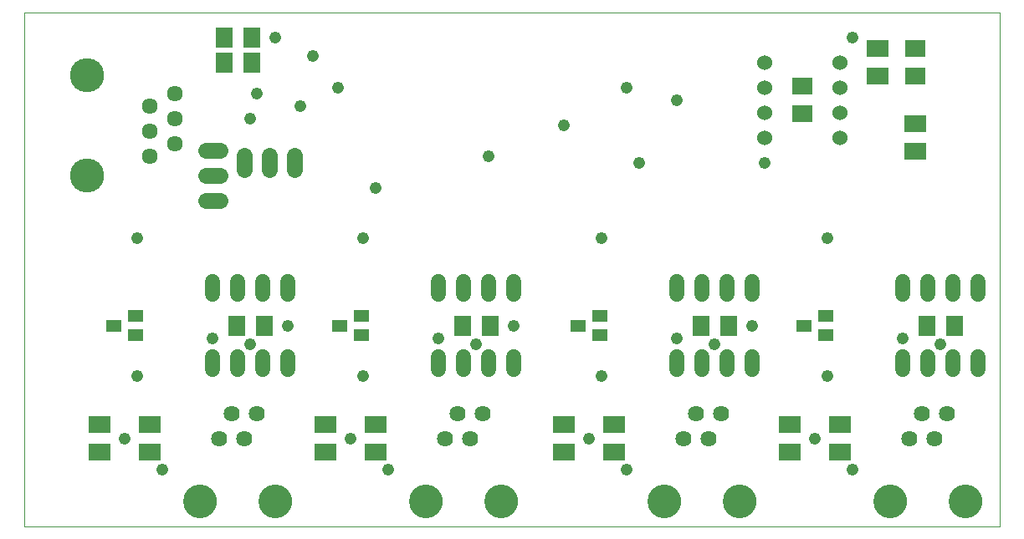
<source format=gbs>
G75*
G70*
%OFA0B0*%
%FSLAX24Y24*%
%IPPOS*%
%LPD*%
%AMOC8*
5,1,8,0,0,1.08239X$1,22.5*
%
%ADD10C,0.0000*%
%ADD11C,0.0600*%
%ADD12R,0.0867X0.0710*%
%ADD13R,0.0710X0.0789*%
%ADD14R,0.0789X0.0710*%
%ADD15R,0.0631X0.0474*%
%ADD16C,0.0634*%
%ADD17C,0.1360*%
%ADD18C,0.0640*%
%ADD19C,0.1340*%
%ADD20C,0.0600*%
%ADD21C,0.0640*%
%ADD22C,0.0476*%
D10*
X000704Y003195D02*
X000704Y023691D01*
X039574Y023691D01*
X039574Y003195D01*
X000704Y003195D01*
X007074Y004195D02*
X007076Y004245D01*
X007082Y004295D01*
X007092Y004344D01*
X007106Y004392D01*
X007123Y004439D01*
X007144Y004484D01*
X007169Y004528D01*
X007197Y004569D01*
X007229Y004608D01*
X007263Y004645D01*
X007300Y004679D01*
X007340Y004709D01*
X007382Y004736D01*
X007426Y004760D01*
X007472Y004781D01*
X007519Y004797D01*
X007567Y004810D01*
X007617Y004819D01*
X007666Y004824D01*
X007717Y004825D01*
X007767Y004822D01*
X007816Y004815D01*
X007865Y004804D01*
X007913Y004789D01*
X007959Y004771D01*
X008004Y004749D01*
X008047Y004723D01*
X008088Y004694D01*
X008127Y004662D01*
X008163Y004627D01*
X008195Y004589D01*
X008225Y004549D01*
X008252Y004506D01*
X008275Y004462D01*
X008294Y004416D01*
X008310Y004368D01*
X008322Y004319D01*
X008330Y004270D01*
X008334Y004220D01*
X008334Y004170D01*
X008330Y004120D01*
X008322Y004071D01*
X008310Y004022D01*
X008294Y003974D01*
X008275Y003928D01*
X008252Y003884D01*
X008225Y003841D01*
X008195Y003801D01*
X008163Y003763D01*
X008127Y003728D01*
X008088Y003696D01*
X008047Y003667D01*
X008004Y003641D01*
X007959Y003619D01*
X007913Y003601D01*
X007865Y003586D01*
X007816Y003575D01*
X007767Y003568D01*
X007717Y003565D01*
X007666Y003566D01*
X007617Y003571D01*
X007567Y003580D01*
X007519Y003593D01*
X007472Y003609D01*
X007426Y003630D01*
X007382Y003654D01*
X007340Y003681D01*
X007300Y003711D01*
X007263Y003745D01*
X007229Y003782D01*
X007197Y003821D01*
X007169Y003862D01*
X007144Y003906D01*
X007123Y003951D01*
X007106Y003998D01*
X007092Y004046D01*
X007082Y004095D01*
X007076Y004145D01*
X007074Y004195D01*
X010074Y004195D02*
X010076Y004245D01*
X010082Y004295D01*
X010092Y004344D01*
X010106Y004392D01*
X010123Y004439D01*
X010144Y004484D01*
X010169Y004528D01*
X010197Y004569D01*
X010229Y004608D01*
X010263Y004645D01*
X010300Y004679D01*
X010340Y004709D01*
X010382Y004736D01*
X010426Y004760D01*
X010472Y004781D01*
X010519Y004797D01*
X010567Y004810D01*
X010617Y004819D01*
X010666Y004824D01*
X010717Y004825D01*
X010767Y004822D01*
X010816Y004815D01*
X010865Y004804D01*
X010913Y004789D01*
X010959Y004771D01*
X011004Y004749D01*
X011047Y004723D01*
X011088Y004694D01*
X011127Y004662D01*
X011163Y004627D01*
X011195Y004589D01*
X011225Y004549D01*
X011252Y004506D01*
X011275Y004462D01*
X011294Y004416D01*
X011310Y004368D01*
X011322Y004319D01*
X011330Y004270D01*
X011334Y004220D01*
X011334Y004170D01*
X011330Y004120D01*
X011322Y004071D01*
X011310Y004022D01*
X011294Y003974D01*
X011275Y003928D01*
X011252Y003884D01*
X011225Y003841D01*
X011195Y003801D01*
X011163Y003763D01*
X011127Y003728D01*
X011088Y003696D01*
X011047Y003667D01*
X011004Y003641D01*
X010959Y003619D01*
X010913Y003601D01*
X010865Y003586D01*
X010816Y003575D01*
X010767Y003568D01*
X010717Y003565D01*
X010666Y003566D01*
X010617Y003571D01*
X010567Y003580D01*
X010519Y003593D01*
X010472Y003609D01*
X010426Y003630D01*
X010382Y003654D01*
X010340Y003681D01*
X010300Y003711D01*
X010263Y003745D01*
X010229Y003782D01*
X010197Y003821D01*
X010169Y003862D01*
X010144Y003906D01*
X010123Y003951D01*
X010106Y003998D01*
X010092Y004046D01*
X010082Y004095D01*
X010076Y004145D01*
X010074Y004195D01*
X016074Y004195D02*
X016076Y004245D01*
X016082Y004295D01*
X016092Y004344D01*
X016106Y004392D01*
X016123Y004439D01*
X016144Y004484D01*
X016169Y004528D01*
X016197Y004569D01*
X016229Y004608D01*
X016263Y004645D01*
X016300Y004679D01*
X016340Y004709D01*
X016382Y004736D01*
X016426Y004760D01*
X016472Y004781D01*
X016519Y004797D01*
X016567Y004810D01*
X016617Y004819D01*
X016666Y004824D01*
X016717Y004825D01*
X016767Y004822D01*
X016816Y004815D01*
X016865Y004804D01*
X016913Y004789D01*
X016959Y004771D01*
X017004Y004749D01*
X017047Y004723D01*
X017088Y004694D01*
X017127Y004662D01*
X017163Y004627D01*
X017195Y004589D01*
X017225Y004549D01*
X017252Y004506D01*
X017275Y004462D01*
X017294Y004416D01*
X017310Y004368D01*
X017322Y004319D01*
X017330Y004270D01*
X017334Y004220D01*
X017334Y004170D01*
X017330Y004120D01*
X017322Y004071D01*
X017310Y004022D01*
X017294Y003974D01*
X017275Y003928D01*
X017252Y003884D01*
X017225Y003841D01*
X017195Y003801D01*
X017163Y003763D01*
X017127Y003728D01*
X017088Y003696D01*
X017047Y003667D01*
X017004Y003641D01*
X016959Y003619D01*
X016913Y003601D01*
X016865Y003586D01*
X016816Y003575D01*
X016767Y003568D01*
X016717Y003565D01*
X016666Y003566D01*
X016617Y003571D01*
X016567Y003580D01*
X016519Y003593D01*
X016472Y003609D01*
X016426Y003630D01*
X016382Y003654D01*
X016340Y003681D01*
X016300Y003711D01*
X016263Y003745D01*
X016229Y003782D01*
X016197Y003821D01*
X016169Y003862D01*
X016144Y003906D01*
X016123Y003951D01*
X016106Y003998D01*
X016092Y004046D01*
X016082Y004095D01*
X016076Y004145D01*
X016074Y004195D01*
X019074Y004195D02*
X019076Y004245D01*
X019082Y004295D01*
X019092Y004344D01*
X019106Y004392D01*
X019123Y004439D01*
X019144Y004484D01*
X019169Y004528D01*
X019197Y004569D01*
X019229Y004608D01*
X019263Y004645D01*
X019300Y004679D01*
X019340Y004709D01*
X019382Y004736D01*
X019426Y004760D01*
X019472Y004781D01*
X019519Y004797D01*
X019567Y004810D01*
X019617Y004819D01*
X019666Y004824D01*
X019717Y004825D01*
X019767Y004822D01*
X019816Y004815D01*
X019865Y004804D01*
X019913Y004789D01*
X019959Y004771D01*
X020004Y004749D01*
X020047Y004723D01*
X020088Y004694D01*
X020127Y004662D01*
X020163Y004627D01*
X020195Y004589D01*
X020225Y004549D01*
X020252Y004506D01*
X020275Y004462D01*
X020294Y004416D01*
X020310Y004368D01*
X020322Y004319D01*
X020330Y004270D01*
X020334Y004220D01*
X020334Y004170D01*
X020330Y004120D01*
X020322Y004071D01*
X020310Y004022D01*
X020294Y003974D01*
X020275Y003928D01*
X020252Y003884D01*
X020225Y003841D01*
X020195Y003801D01*
X020163Y003763D01*
X020127Y003728D01*
X020088Y003696D01*
X020047Y003667D01*
X020004Y003641D01*
X019959Y003619D01*
X019913Y003601D01*
X019865Y003586D01*
X019816Y003575D01*
X019767Y003568D01*
X019717Y003565D01*
X019666Y003566D01*
X019617Y003571D01*
X019567Y003580D01*
X019519Y003593D01*
X019472Y003609D01*
X019426Y003630D01*
X019382Y003654D01*
X019340Y003681D01*
X019300Y003711D01*
X019263Y003745D01*
X019229Y003782D01*
X019197Y003821D01*
X019169Y003862D01*
X019144Y003906D01*
X019123Y003951D01*
X019106Y003998D01*
X019092Y004046D01*
X019082Y004095D01*
X019076Y004145D01*
X019074Y004195D01*
X025574Y004195D02*
X025576Y004245D01*
X025582Y004295D01*
X025592Y004344D01*
X025606Y004392D01*
X025623Y004439D01*
X025644Y004484D01*
X025669Y004528D01*
X025697Y004569D01*
X025729Y004608D01*
X025763Y004645D01*
X025800Y004679D01*
X025840Y004709D01*
X025882Y004736D01*
X025926Y004760D01*
X025972Y004781D01*
X026019Y004797D01*
X026067Y004810D01*
X026117Y004819D01*
X026166Y004824D01*
X026217Y004825D01*
X026267Y004822D01*
X026316Y004815D01*
X026365Y004804D01*
X026413Y004789D01*
X026459Y004771D01*
X026504Y004749D01*
X026547Y004723D01*
X026588Y004694D01*
X026627Y004662D01*
X026663Y004627D01*
X026695Y004589D01*
X026725Y004549D01*
X026752Y004506D01*
X026775Y004462D01*
X026794Y004416D01*
X026810Y004368D01*
X026822Y004319D01*
X026830Y004270D01*
X026834Y004220D01*
X026834Y004170D01*
X026830Y004120D01*
X026822Y004071D01*
X026810Y004022D01*
X026794Y003974D01*
X026775Y003928D01*
X026752Y003884D01*
X026725Y003841D01*
X026695Y003801D01*
X026663Y003763D01*
X026627Y003728D01*
X026588Y003696D01*
X026547Y003667D01*
X026504Y003641D01*
X026459Y003619D01*
X026413Y003601D01*
X026365Y003586D01*
X026316Y003575D01*
X026267Y003568D01*
X026217Y003565D01*
X026166Y003566D01*
X026117Y003571D01*
X026067Y003580D01*
X026019Y003593D01*
X025972Y003609D01*
X025926Y003630D01*
X025882Y003654D01*
X025840Y003681D01*
X025800Y003711D01*
X025763Y003745D01*
X025729Y003782D01*
X025697Y003821D01*
X025669Y003862D01*
X025644Y003906D01*
X025623Y003951D01*
X025606Y003998D01*
X025592Y004046D01*
X025582Y004095D01*
X025576Y004145D01*
X025574Y004195D01*
X028574Y004195D02*
X028576Y004245D01*
X028582Y004295D01*
X028592Y004344D01*
X028606Y004392D01*
X028623Y004439D01*
X028644Y004484D01*
X028669Y004528D01*
X028697Y004569D01*
X028729Y004608D01*
X028763Y004645D01*
X028800Y004679D01*
X028840Y004709D01*
X028882Y004736D01*
X028926Y004760D01*
X028972Y004781D01*
X029019Y004797D01*
X029067Y004810D01*
X029117Y004819D01*
X029166Y004824D01*
X029217Y004825D01*
X029267Y004822D01*
X029316Y004815D01*
X029365Y004804D01*
X029413Y004789D01*
X029459Y004771D01*
X029504Y004749D01*
X029547Y004723D01*
X029588Y004694D01*
X029627Y004662D01*
X029663Y004627D01*
X029695Y004589D01*
X029725Y004549D01*
X029752Y004506D01*
X029775Y004462D01*
X029794Y004416D01*
X029810Y004368D01*
X029822Y004319D01*
X029830Y004270D01*
X029834Y004220D01*
X029834Y004170D01*
X029830Y004120D01*
X029822Y004071D01*
X029810Y004022D01*
X029794Y003974D01*
X029775Y003928D01*
X029752Y003884D01*
X029725Y003841D01*
X029695Y003801D01*
X029663Y003763D01*
X029627Y003728D01*
X029588Y003696D01*
X029547Y003667D01*
X029504Y003641D01*
X029459Y003619D01*
X029413Y003601D01*
X029365Y003586D01*
X029316Y003575D01*
X029267Y003568D01*
X029217Y003565D01*
X029166Y003566D01*
X029117Y003571D01*
X029067Y003580D01*
X029019Y003593D01*
X028972Y003609D01*
X028926Y003630D01*
X028882Y003654D01*
X028840Y003681D01*
X028800Y003711D01*
X028763Y003745D01*
X028729Y003782D01*
X028697Y003821D01*
X028669Y003862D01*
X028644Y003906D01*
X028623Y003951D01*
X028606Y003998D01*
X028592Y004046D01*
X028582Y004095D01*
X028576Y004145D01*
X028574Y004195D01*
X034574Y004195D02*
X034576Y004245D01*
X034582Y004295D01*
X034592Y004344D01*
X034606Y004392D01*
X034623Y004439D01*
X034644Y004484D01*
X034669Y004528D01*
X034697Y004569D01*
X034729Y004608D01*
X034763Y004645D01*
X034800Y004679D01*
X034840Y004709D01*
X034882Y004736D01*
X034926Y004760D01*
X034972Y004781D01*
X035019Y004797D01*
X035067Y004810D01*
X035117Y004819D01*
X035166Y004824D01*
X035217Y004825D01*
X035267Y004822D01*
X035316Y004815D01*
X035365Y004804D01*
X035413Y004789D01*
X035459Y004771D01*
X035504Y004749D01*
X035547Y004723D01*
X035588Y004694D01*
X035627Y004662D01*
X035663Y004627D01*
X035695Y004589D01*
X035725Y004549D01*
X035752Y004506D01*
X035775Y004462D01*
X035794Y004416D01*
X035810Y004368D01*
X035822Y004319D01*
X035830Y004270D01*
X035834Y004220D01*
X035834Y004170D01*
X035830Y004120D01*
X035822Y004071D01*
X035810Y004022D01*
X035794Y003974D01*
X035775Y003928D01*
X035752Y003884D01*
X035725Y003841D01*
X035695Y003801D01*
X035663Y003763D01*
X035627Y003728D01*
X035588Y003696D01*
X035547Y003667D01*
X035504Y003641D01*
X035459Y003619D01*
X035413Y003601D01*
X035365Y003586D01*
X035316Y003575D01*
X035267Y003568D01*
X035217Y003565D01*
X035166Y003566D01*
X035117Y003571D01*
X035067Y003580D01*
X035019Y003593D01*
X034972Y003609D01*
X034926Y003630D01*
X034882Y003654D01*
X034840Y003681D01*
X034800Y003711D01*
X034763Y003745D01*
X034729Y003782D01*
X034697Y003821D01*
X034669Y003862D01*
X034644Y003906D01*
X034623Y003951D01*
X034606Y003998D01*
X034592Y004046D01*
X034582Y004095D01*
X034576Y004145D01*
X034574Y004195D01*
X037574Y004195D02*
X037576Y004245D01*
X037582Y004295D01*
X037592Y004344D01*
X037606Y004392D01*
X037623Y004439D01*
X037644Y004484D01*
X037669Y004528D01*
X037697Y004569D01*
X037729Y004608D01*
X037763Y004645D01*
X037800Y004679D01*
X037840Y004709D01*
X037882Y004736D01*
X037926Y004760D01*
X037972Y004781D01*
X038019Y004797D01*
X038067Y004810D01*
X038117Y004819D01*
X038166Y004824D01*
X038217Y004825D01*
X038267Y004822D01*
X038316Y004815D01*
X038365Y004804D01*
X038413Y004789D01*
X038459Y004771D01*
X038504Y004749D01*
X038547Y004723D01*
X038588Y004694D01*
X038627Y004662D01*
X038663Y004627D01*
X038695Y004589D01*
X038725Y004549D01*
X038752Y004506D01*
X038775Y004462D01*
X038794Y004416D01*
X038810Y004368D01*
X038822Y004319D01*
X038830Y004270D01*
X038834Y004220D01*
X038834Y004170D01*
X038830Y004120D01*
X038822Y004071D01*
X038810Y004022D01*
X038794Y003974D01*
X038775Y003928D01*
X038752Y003884D01*
X038725Y003841D01*
X038695Y003801D01*
X038663Y003763D01*
X038627Y003728D01*
X038588Y003696D01*
X038547Y003667D01*
X038504Y003641D01*
X038459Y003619D01*
X038413Y003601D01*
X038365Y003586D01*
X038316Y003575D01*
X038267Y003568D01*
X038217Y003565D01*
X038166Y003566D01*
X038117Y003571D01*
X038067Y003580D01*
X038019Y003593D01*
X037972Y003609D01*
X037926Y003630D01*
X037882Y003654D01*
X037840Y003681D01*
X037800Y003711D01*
X037763Y003745D01*
X037729Y003782D01*
X037697Y003821D01*
X037669Y003862D01*
X037644Y003906D01*
X037623Y003951D01*
X037606Y003998D01*
X037592Y004046D01*
X037582Y004095D01*
X037576Y004145D01*
X037574Y004195D01*
X002564Y017195D02*
X002566Y017245D01*
X002572Y017295D01*
X002582Y017344D01*
X002595Y017393D01*
X002613Y017440D01*
X002634Y017486D01*
X002658Y017529D01*
X002686Y017571D01*
X002717Y017611D01*
X002751Y017648D01*
X002788Y017682D01*
X002828Y017713D01*
X002870Y017741D01*
X002913Y017765D01*
X002959Y017786D01*
X003006Y017804D01*
X003055Y017817D01*
X003104Y017827D01*
X003154Y017833D01*
X003204Y017835D01*
X003254Y017833D01*
X003304Y017827D01*
X003353Y017817D01*
X003402Y017804D01*
X003449Y017786D01*
X003495Y017765D01*
X003538Y017741D01*
X003580Y017713D01*
X003620Y017682D01*
X003657Y017648D01*
X003691Y017611D01*
X003722Y017571D01*
X003750Y017529D01*
X003774Y017486D01*
X003795Y017440D01*
X003813Y017393D01*
X003826Y017344D01*
X003836Y017295D01*
X003842Y017245D01*
X003844Y017195D01*
X003842Y017145D01*
X003836Y017095D01*
X003826Y017046D01*
X003813Y016997D01*
X003795Y016950D01*
X003774Y016904D01*
X003750Y016861D01*
X003722Y016819D01*
X003691Y016779D01*
X003657Y016742D01*
X003620Y016708D01*
X003580Y016677D01*
X003538Y016649D01*
X003495Y016625D01*
X003449Y016604D01*
X003402Y016586D01*
X003353Y016573D01*
X003304Y016563D01*
X003254Y016557D01*
X003204Y016555D01*
X003154Y016557D01*
X003104Y016563D01*
X003055Y016573D01*
X003006Y016586D01*
X002959Y016604D01*
X002913Y016625D01*
X002870Y016649D01*
X002828Y016677D01*
X002788Y016708D01*
X002751Y016742D01*
X002717Y016779D01*
X002686Y016819D01*
X002658Y016861D01*
X002634Y016904D01*
X002613Y016950D01*
X002595Y016997D01*
X002582Y017046D01*
X002572Y017095D01*
X002566Y017145D01*
X002564Y017195D01*
X002564Y021195D02*
X002566Y021245D01*
X002572Y021295D01*
X002582Y021344D01*
X002595Y021393D01*
X002613Y021440D01*
X002634Y021486D01*
X002658Y021529D01*
X002686Y021571D01*
X002717Y021611D01*
X002751Y021648D01*
X002788Y021682D01*
X002828Y021713D01*
X002870Y021741D01*
X002913Y021765D01*
X002959Y021786D01*
X003006Y021804D01*
X003055Y021817D01*
X003104Y021827D01*
X003154Y021833D01*
X003204Y021835D01*
X003254Y021833D01*
X003304Y021827D01*
X003353Y021817D01*
X003402Y021804D01*
X003449Y021786D01*
X003495Y021765D01*
X003538Y021741D01*
X003580Y021713D01*
X003620Y021682D01*
X003657Y021648D01*
X003691Y021611D01*
X003722Y021571D01*
X003750Y021529D01*
X003774Y021486D01*
X003795Y021440D01*
X003813Y021393D01*
X003826Y021344D01*
X003836Y021295D01*
X003842Y021245D01*
X003844Y021195D01*
X003842Y021145D01*
X003836Y021095D01*
X003826Y021046D01*
X003813Y020997D01*
X003795Y020950D01*
X003774Y020904D01*
X003750Y020861D01*
X003722Y020819D01*
X003691Y020779D01*
X003657Y020742D01*
X003620Y020708D01*
X003580Y020677D01*
X003538Y020649D01*
X003495Y020625D01*
X003449Y020604D01*
X003402Y020586D01*
X003353Y020573D01*
X003304Y020563D01*
X003254Y020557D01*
X003204Y020555D01*
X003154Y020557D01*
X003104Y020563D01*
X003055Y020573D01*
X003006Y020586D01*
X002959Y020604D01*
X002913Y020625D01*
X002870Y020649D01*
X002828Y020677D01*
X002788Y020708D01*
X002751Y020742D01*
X002717Y020779D01*
X002686Y020819D01*
X002658Y020861D01*
X002634Y020904D01*
X002613Y020950D01*
X002595Y020997D01*
X002582Y021046D01*
X002572Y021095D01*
X002566Y021145D01*
X002564Y021195D01*
D11*
X008204Y012955D02*
X008204Y012435D01*
X009204Y012435D02*
X009204Y012955D01*
X010204Y012955D02*
X010204Y012435D01*
X011204Y012435D02*
X011204Y012955D01*
X011204Y009955D02*
X011204Y009435D01*
X010204Y009435D02*
X010204Y009955D01*
X009204Y009955D02*
X009204Y009435D01*
X008204Y009435D02*
X008204Y009955D01*
X017204Y009955D02*
X017204Y009435D01*
X018204Y009435D02*
X018204Y009955D01*
X019204Y009955D02*
X019204Y009435D01*
X020204Y009435D02*
X020204Y009955D01*
X020204Y012435D02*
X020204Y012955D01*
X019204Y012955D02*
X019204Y012435D01*
X018204Y012435D02*
X018204Y012955D01*
X017204Y012955D02*
X017204Y012435D01*
X026704Y012435D02*
X026704Y012955D01*
X027704Y012955D02*
X027704Y012435D01*
X028704Y012435D02*
X028704Y012955D01*
X029704Y012955D02*
X029704Y012435D01*
X029704Y009955D02*
X029704Y009435D01*
X028704Y009435D02*
X028704Y009955D01*
X027704Y009955D02*
X027704Y009435D01*
X026704Y009435D02*
X026704Y009955D01*
X035704Y009955D02*
X035704Y009435D01*
X036704Y009435D02*
X036704Y009955D01*
X037704Y009955D02*
X037704Y009435D01*
X038704Y009435D02*
X038704Y009955D01*
X038704Y012435D02*
X038704Y012955D01*
X037704Y012955D02*
X037704Y012435D01*
X036704Y012435D02*
X036704Y012955D01*
X035704Y012955D02*
X035704Y012435D01*
D12*
X033204Y007246D03*
X033204Y006144D03*
X031204Y006144D03*
X031204Y007246D03*
X024204Y007246D03*
X024204Y006144D03*
X022204Y006144D03*
X022204Y007246D03*
X014704Y007246D03*
X014704Y006144D03*
X012704Y006144D03*
X012704Y007246D03*
X005704Y007246D03*
X005704Y006144D03*
X003704Y006144D03*
X003704Y007246D03*
X034704Y021144D03*
X034704Y022246D03*
X036204Y019246D03*
X036204Y018144D03*
D13*
X036653Y011195D03*
X037755Y011195D03*
X028755Y011195D03*
X027653Y011195D03*
X019255Y011195D03*
X018153Y011195D03*
X010255Y011195D03*
X009153Y011195D03*
X008653Y021695D03*
X009755Y021695D03*
X009755Y022695D03*
X008653Y022695D03*
D14*
X031704Y020746D03*
X031704Y019644D03*
X036204Y021144D03*
X036204Y022246D03*
D15*
X032637Y011569D03*
X031771Y011195D03*
X032637Y010821D03*
X023637Y010821D03*
X022771Y011195D03*
X023637Y011569D03*
X014137Y011569D03*
X013271Y011195D03*
X014137Y010821D03*
X005137Y010821D03*
X004271Y011195D03*
X005137Y011569D03*
D16*
X005704Y017945D03*
X006704Y018445D03*
X005704Y018945D03*
X006704Y019445D03*
X005704Y019945D03*
X006704Y020445D03*
D17*
X003204Y021195D03*
X003204Y017195D03*
D18*
X008954Y007695D03*
X009954Y007695D03*
X009454Y006695D03*
X008454Y006695D03*
X017454Y006695D03*
X018454Y006695D03*
X018954Y007695D03*
X017954Y007695D03*
X026954Y006695D03*
X027954Y006695D03*
X028454Y007695D03*
X027454Y007695D03*
X035954Y006695D03*
X036954Y006695D03*
X037454Y007695D03*
X036454Y007695D03*
D19*
X035204Y004195D03*
X038204Y004195D03*
X029204Y004195D03*
X026204Y004195D03*
X019704Y004195D03*
X016704Y004195D03*
X010704Y004195D03*
X007704Y004195D03*
D20*
X030204Y018695D03*
X030204Y019695D03*
X030204Y020695D03*
X030204Y021695D03*
X033204Y021695D03*
X033204Y020695D03*
X033204Y019695D03*
X033204Y018695D03*
D21*
X011454Y017975D02*
X011454Y017415D01*
X010454Y017415D02*
X010454Y017975D01*
X009454Y017975D02*
X009454Y017415D01*
X008484Y017195D02*
X007924Y017195D01*
X007924Y016195D02*
X008484Y016195D01*
X008484Y018195D02*
X007924Y018195D01*
D22*
X009704Y019445D03*
X009954Y020445D03*
X011704Y019945D03*
X013204Y020695D03*
X012204Y021945D03*
X010704Y022695D03*
X019204Y017945D03*
X022204Y019195D03*
X024704Y020695D03*
X026704Y020195D03*
X025204Y017695D03*
X023704Y014695D03*
X020204Y011195D03*
X018704Y010445D03*
X017204Y010695D03*
X014204Y009195D03*
X011204Y011195D03*
X009704Y010445D03*
X008204Y010695D03*
X005204Y009195D03*
X004704Y006695D03*
X006204Y005445D03*
X013704Y006695D03*
X015204Y005445D03*
X023204Y006695D03*
X024704Y005445D03*
X023704Y009195D03*
X026704Y010695D03*
X028204Y010445D03*
X029704Y011195D03*
X032704Y009195D03*
X035704Y010695D03*
X037204Y010445D03*
X032204Y006695D03*
X033704Y005445D03*
X032704Y014695D03*
X030204Y017695D03*
X033704Y022695D03*
X014704Y016695D03*
X014204Y014695D03*
X005204Y014695D03*
M02*

</source>
